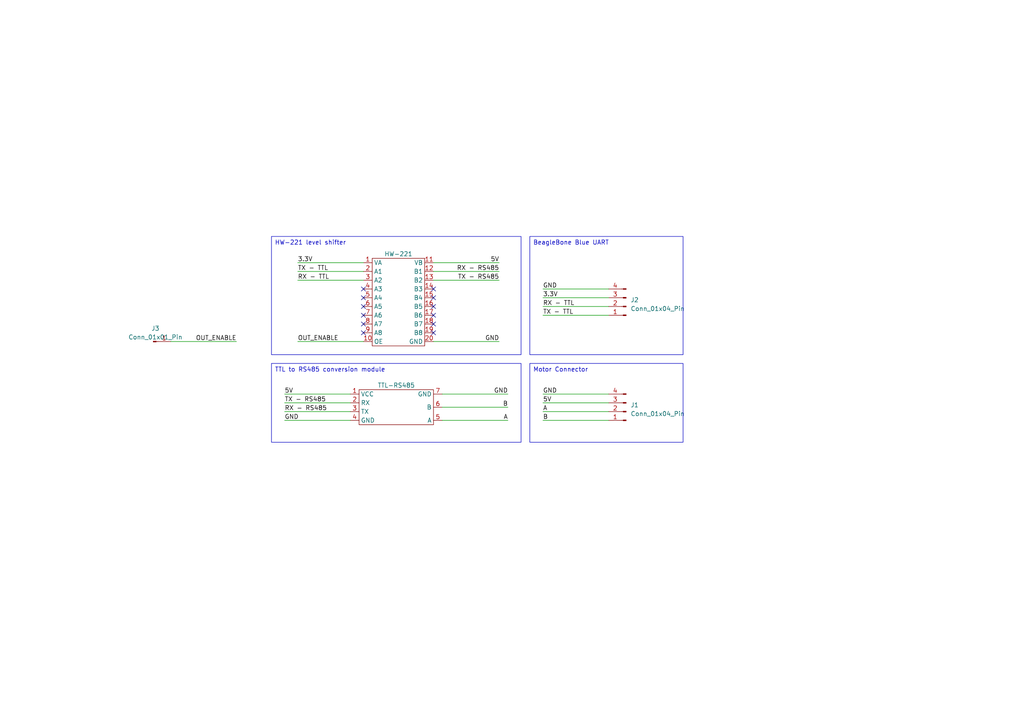
<source format=kicad_sch>
(kicad_sch (version 20230121) (generator eeschema)
  (paper "A4")
  (lib_symbols
    (symbol "Connector:Conn_01x01_Pin" (pin_names (offset 1.016) hide)
      (property "Reference" "J" (at 0 2.54 0))
      (property "Value" "Conn_01x01_Pin" (at 0 -2.54 0))
      (symbol "Conn_01x01_Pin_1_1"
        (polyline (pts (xy 1.27 0) (xy 0.8636 0)) (stroke (width 0.1524)))
        (rectangle (start 0.8636 0.127) (end 0 -0.127) (stroke (width 0.1524)) (fill (type outline)))
        (pin passive line (at 5.08 0 180) (length 3.81) (name "Pin_1") (number "1"))
      )
    )
    (symbol "Connector:Conn_01x04_Pin" (pin_names (offset 1.016) hide)
      (property "Reference" "J" (at 0 5.08 0))
      (property "Value" "Conn_01x04_Pin" (at 0 -7.62 0))
      (symbol "Conn_01x04_Pin_1_1"
        (polyline (pts (xy 1.27 -5.08) (xy 0.8636 -5.08)) (stroke (width 0.1524)))
        (polyline (pts (xy 1.27 -2.54) (xy 0.8636 -2.54)) (stroke (width 0.1524)))
        (polyline (pts (xy 1.27 0) (xy 0.8636 0)) (stroke (width 0.1524)))
        (polyline (pts (xy 1.27 2.54) (xy 0.8636 2.54)) (stroke (width 0.1524)))
        (rectangle (start 0.8636 -4.953) (end 0 -5.207) (stroke (width 0.1524)) (fill (type outline)))
        (rectangle (start 0.8636 -2.413) (end 0 -2.667) (stroke (width 0.1524)) (fill (type outline)))
        (rectangle (start 0.8636 0.127) (end 0 -0.127) (stroke (width 0.1524)) (fill (type outline)))
        (rectangle (start 0.8636 2.667) (end 0 2.413) (stroke (width 0.1524)) (fill (type outline)))
        (pin passive line (at 5.08 2.54 180) (length 3.81) (name "Pin_1") (number "1"))
        (pin passive line (at 5.08 0 180) (length 3.81) (name "Pin_2") (number "2"))
        (pin passive line (at 5.08 -2.54 180) (length 3.81) (name "Pin_3") (number "3"))
        (pin passive line (at 5.08 -5.08 180) (length 3.81) (name "Pin_4") (number "4"))
      )
    )
    (symbol "ttl-to-rs485:HW-221"
      (property "Value" "HW-221" (at 0 15.24 0))
      (symbol "HW-221_0_1"
        (rectangle (start -7.62 13.97) (end 7.62 -11.43))
      )
      (symbol "HW-221_1_1"
        (pin power_in line (at -10.16 12.7 0) (length 2.54) (name "VA") (number "1"))
        (pin input line (at -10.16 -10.16 0) (length 2.54) (name "OE") (number "10"))
        (pin power_in line (at 10.16 12.7 180) (length 2.54) (name "VB") (number "11"))
        (pin bidirectional line (at 10.16 10.16 180) (length 2.54) (name "B1") (number "12"))
        (pin bidirectional line (at 10.16 7.62 180) (length 2.54) (name "B2") (number "13"))
        (pin bidirectional line (at 10.16 5.08 180) (length 2.54) (name "B3") (number "14"))
        (pin bidirectional line (at 10.16 2.54 180) (length 2.54) (name "B4") (number "15"))
        (pin bidirectional line (at 10.16 0 180) (length 2.54) (name "B5") (number "16"))
        (pin bidirectional line (at 10.16 -2.54 180) (length 2.54) (name "B6") (number "17"))
        (pin bidirectional line (at 10.16 -5.08 180) (length 2.54) (name "B7") (number "18"))
        (pin bidirectional line (at 10.16 -7.62 180) (length 2.54) (name "B8") (number "19"))
        (pin bidirectional line (at -10.16 10.16 0) (length 2.54) (name "A1") (number "2"))
        (pin power_in line (at 10.16 -10.16 180) (length 2.54) (name "GND") (number "20"))
        (pin bidirectional line (at -10.16 7.62 0) (length 2.54) (name "A2") (number "3"))
        (pin bidirectional line (at -10.16 5.08 0) (length 2.54) (name "A3") (number "4"))
        (pin bidirectional line (at -10.16 2.54 0) (length 2.54) (name "A4") (number "5"))
        (pin bidirectional line (at -10.16 0 0) (length 2.54) (name "A5") (number "6"))
        (pin bidirectional line (at -10.16 -2.54 0) (length 2.54) (name "A6") (number "7"))
        (pin bidirectional line (at -10.16 -5.08 0) (length 2.54) (name "A7") (number "8"))
        (pin bidirectional line (at -10.16 -7.62 0) (length 2.54) (name "A8") (number "9"))
      )
    )
    (symbol "ttl-to-rs485:TTL-RS485"
      (property "Value" "TTL-RS485" (at 0 7.62 0))
      (symbol "TTL-RS485_0_1"
        (rectangle (start -11.43 5.08) (end 10.16 -5.08))
      )
      (symbol "TTL-RS485_1_1"
        (pin power_in line (at -13.97 3.81 0) (length 2.54) (name "VCC") (number "1"))
        (pin bidirectional line (at -13.97 1.27 0) (length 2.54) (name "RX") (number "2"))
        (pin bidirectional line (at -13.97 -1.27 0) (length 2.54) (name "TX") (number "3"))
        (pin power_in line (at -13.97 -3.81 0) (length 2.54) (name "GND") (number "4"))
        (pin bidirectional line (at 12.7 -3.81 180) (length 2.54) (name "A") (number "5"))
        (pin bidirectional line (at 12.7 0 180) (length 2.54) (name "B") (number "6"))
        (pin power_in line (at 12.7 3.81 180) (length 2.54) (name "GND") (number "7"))
      )
    )
  )
  (no_connect (at 125.73 83.82))
  (no_connect (at 105.41 83.82))
  (no_connect (at 125.73 96.52))
  (no_connect (at 125.73 93.98))
  (no_connect (at 105.41 93.98))
  (no_connect (at 125.73 86.36))
  (no_connect (at 105.41 88.9))
  (no_connect (at 125.73 91.44))
  (no_connect (at 105.41 86.36))
  (no_connect (at 105.41 91.44))
  (no_connect (at 105.41 96.52))
  (no_connect (at 125.73 88.9))
  (wire (pts (xy 157.48 114.3) (xy 176.53 114.3)))
  (wire (pts (xy 82.55 119.38) (xy 101.6 119.38)))
  (wire (pts (xy 157.48 116.84) (xy 176.53 116.84)))
  (wire (pts (xy 86.36 76.2) (xy 105.41 76.2)))
  (wire (pts (xy 157.48 121.92) (xy 176.53 121.92)))
  (wire (pts (xy 82.55 114.3) (xy 101.6 114.3)))
  (wire (pts (xy 125.73 76.2) (xy 144.78 76.2)))
  (wire (pts (xy 157.48 88.9) (xy 176.53 88.9)))
  (wire (pts (xy 125.73 99.06) (xy 144.78 99.06)))
  (wire (pts (xy 128.27 114.3) (xy 147.32 114.3)))
  (wire (pts (xy 157.48 86.36) (xy 176.53 86.36)))
  (wire (pts (xy 157.48 91.44) (xy 176.53 91.44)))
  (wire (pts (xy 125.73 78.74) (xy 144.78 78.74)))
  (wire (pts (xy 125.73 81.28) (xy 144.78 81.28)))
  (wire (pts (xy 128.27 118.11) (xy 147.32 118.11)))
  (wire (pts (xy 82.55 116.84) (xy 101.6 116.84)))
  (wire (pts (xy 128.27 121.92) (xy 147.32 121.92)))
  (wire (pts (xy 86.36 78.74) (xy 105.41 78.74)))
  (wire (pts (xy 86.36 99.06) (xy 105.41 99.06)))
  (wire (pts (xy 82.55 121.92) (xy 101.6 121.92)))
  (wire (pts (xy 86.36 81.28) (xy 105.41 81.28)))
  (wire (pts (xy 157.48 119.38) (xy 176.53 119.38)))
  (wire (pts (xy 157.48 83.82) (xy 176.53 83.82)))
  (wire (pts (xy 68.58 99.06) (xy 49.53 99.06)))
  (text_box "Motor Connector" (at 153.67 105.41 0) (size 44.45 22.86) (effects (font (size 1.27 1.27)) (justify left top)))
  (text_box "BeagleBone Blue UART" (at 153.67 68.58 0) (size 44.45 34.29) (effects (font (size 1.27 1.27)) (justify left top)))
  (text_box "HW-221 level shifter" (at 78.74 68.58 0) (size 72.39 34.29) (effects (font (size 1.27 1.27)) (justify left top)))
  (text_box "TTL to RS485 conversion module" (at 78.74 105.41 0) (size 72.39 22.86) (effects (font (size 1.27 1.27)) (justify left top)))
  (label "3.3V" (at 157.48 86.36 0))
  (label "TX - TTL" (at 157.48 91.44 0))
  (label "OUT_ENABLE" (at 86.36 99.06 0))
  (label "GND" (at 144.78 99.06 180))
  (label "A" (at 147.32 121.92 180))
  (label "TX - RS485" (at 82.55 116.84 0))
  (label "B" (at 157.48 121.92 0))
  (label "TX - TTL" (at 86.36 78.74 0))
  (label "OUT_ENABLE" (at 68.58 99.06 180))
  (label "GND" (at 157.48 114.3 0))
  (label "GND" (at 157.48 83.82 0))
  (label "5V" (at 144.78 76.2 180))
  (label "3.3V" (at 86.36 76.2 0))
  (label "A" (at 157.48 119.38 0))
  (label "5V" (at 82.55 114.3 0))
  (label "TX - RS485" (at 144.78 81.28 180))
  (label "RX - RS485" (at 82.55 119.38 0))
  (label "RX - TTL" (at 86.36 81.28 0))
  (label "GND" (at 147.32 114.3 180))
  (label "RX - TTL" (at 157.48 88.9 0))
  (label "RX - RS485" (at 144.78 78.74 180))
  (label "B" (at 147.32 118.11 180))
  (label "GND" (at 82.55 121.92 0))
  (label "5V" (at 157.48 116.84 0))
  (symbol (lib_id "Connector:Conn_01x04_Pin") (at 181.61 88.9 180) (unit 1)
    (property "Reference" "J2" (at 182.88 86.995 0) (effects (justify right)))
    (property "Value" "Conn_01x04_Pin" (at 182.88 89.535 0) (effects (justify right)))
    (property "Footprint" "Connector_PinHeader_2.54mm:PinHeader_1x04_P2.54mm_Vertical" (effects hide))
  )
  (symbol (lib_id "Connector:Conn_01x01_Pin") (at 44.45 99.06 0) (unit 1)
    (property "Reference" "J3" (at 45.085 95.25 0))
    (property "Value" "Conn_01x01_Pin" (at 45.085 97.79 0))
    (property "Footprint" "Connector_PinHeader_2.54mm:PinHeader_1x01_P2.54mm_Vertical" (effects hide))
  )
  (symbol (lib_id "ttl-to-rs485:TTL-RS485") (at 115.57 118.11 0) (unit 1)
    (property "Reference" "U2" (effects hide))
    (property "Value" "TTL-RS485" (at 114.935 111.76 0))
    (property "Footprint" "ttl-to-rs485:TTL-RS485" (effects hide))
  )
  (symbol (lib_id "ttl-to-rs485:HW-221") (at 115.57 88.9 0) (unit 1)
    (property "Reference" "U1" (effects hide))
    (property "Value" "HW-221" (at 115.57 73.66 0))
    (property "Footprint" "ttl-to-rs485:HW-221" (effects hide))
  )
  (symbol (lib_id "Connector:Conn_01x04_Pin") (at 181.61 119.38 180) (unit 1)
    (property "Reference" "J1" (at 182.88 117.475 0) (effects (justify right)))
    (property "Value" "Conn_01x04_Pin" (at 182.88 120.015 0) (effects (justify right)))
    (property "Footprint" "Connector_PinHeader_2.54mm:PinHeader_1x04_P2.54mm_Vertical" (effects hide))
  )
)
</source>
